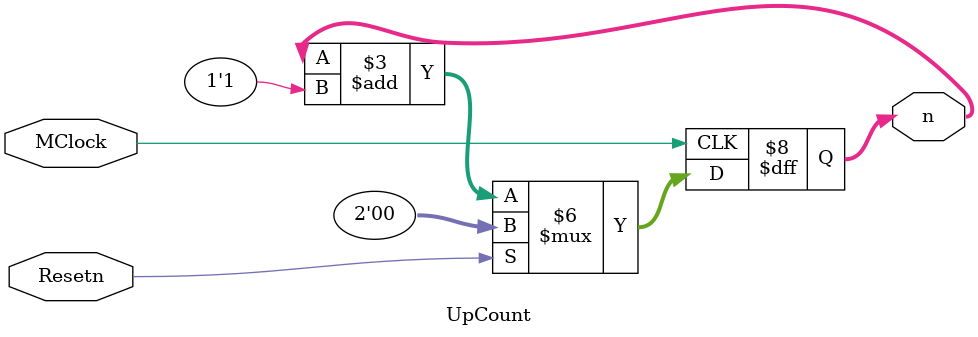
<source format=v>
module CounterPC
	(
		input MClock,
		input Resetn,	
		
		output reg [4:0] n
	);

	
	initial begin
		n = 5'b00000;
	end
	
	
	always @(posedge MClock) begin
	
		if(Resetn == 1'b1) begin
			n = 5'b00000;
		end
		else begin
			n = n + 1'b1;
		end

	end 
	
endmodule 

module UpCount
	(
		input MClock,
		input Resetn,	
		
		output reg [1:0] n
	);

	
	initial begin
		n = 2'b00;
	end
	
	always @(posedge MClock) begin
	
		if(Resetn == 1'b1) begin
			n = 2'b00;
		end
		else begin
			n = n + 1'b1;
		end

	end 
	
endmodule 
</source>
